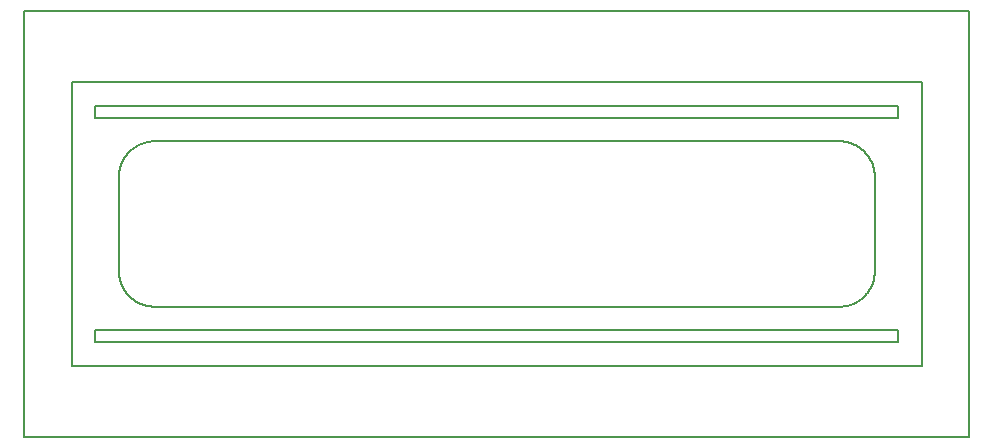
<source format=gbr>
G04 EAGLE Gerber RS-274X export*
G75*
%MOMM*%
%FSLAX34Y34*%
%LPD*%
%INSilkscreen Bottom*%
%IPPOS*%
%AMOC8*
5,1,8,0,0,1.08239X$1,22.5*%
G01*
%ADD10C,0.127000*%


D10*
X406400Y-495300D02*
X-393600Y-495300D01*
X-393600Y-135300D01*
X406400Y-135300D01*
X406400Y-495300D01*
X366400Y-195300D02*
X-353600Y-195300D01*
X-353600Y-435300D01*
X366400Y-435300D01*
X366400Y-195300D01*
X346400Y-215300D02*
X-333600Y-215300D01*
X-333600Y-225300D01*
X346400Y-225300D01*
X346400Y-215300D01*
X346400Y-415300D02*
X-333600Y-415300D01*
X-333600Y-405300D01*
X346400Y-405300D01*
X346400Y-415300D01*
X326400Y-275300D02*
X326391Y-274575D01*
X326365Y-273851D01*
X326321Y-273127D01*
X326260Y-272405D01*
X326181Y-271684D01*
X326085Y-270965D01*
X325972Y-270249D01*
X325841Y-269536D01*
X325693Y-268826D01*
X325528Y-268121D01*
X325346Y-267419D01*
X325147Y-266722D01*
X324932Y-266029D01*
X324699Y-265343D01*
X324450Y-264662D01*
X324185Y-263987D01*
X323904Y-263319D01*
X323606Y-262658D01*
X323293Y-262004D01*
X322964Y-261358D01*
X322619Y-260720D01*
X322259Y-260091D01*
X321884Y-259471D01*
X321494Y-258860D01*
X321090Y-258258D01*
X320671Y-257666D01*
X320237Y-257085D01*
X319790Y-256514D01*
X319329Y-255955D01*
X318855Y-255406D01*
X318368Y-254870D01*
X317868Y-254345D01*
X317355Y-253832D01*
X316830Y-253332D01*
X316294Y-252845D01*
X315745Y-252371D01*
X315186Y-251910D01*
X314615Y-251463D01*
X314034Y-251029D01*
X313442Y-250610D01*
X312840Y-250206D01*
X312229Y-249816D01*
X311609Y-249441D01*
X310980Y-249081D01*
X310342Y-248736D01*
X309696Y-248407D01*
X309042Y-248094D01*
X308381Y-247796D01*
X307713Y-247515D01*
X307038Y-247250D01*
X306357Y-247001D01*
X305671Y-246768D01*
X304978Y-246553D01*
X304281Y-246354D01*
X303579Y-246172D01*
X302874Y-246007D01*
X302164Y-245859D01*
X301451Y-245728D01*
X300735Y-245615D01*
X300016Y-245519D01*
X299295Y-245440D01*
X298573Y-245379D01*
X297849Y-245335D01*
X297125Y-245309D01*
X296400Y-245300D01*
X326400Y-275300D02*
X326400Y-355300D01*
X326391Y-356025D01*
X326365Y-356749D01*
X326321Y-357473D01*
X326260Y-358195D01*
X326181Y-358916D01*
X326085Y-359635D01*
X325972Y-360351D01*
X325841Y-361064D01*
X325693Y-361774D01*
X325528Y-362479D01*
X325346Y-363181D01*
X325147Y-363878D01*
X324932Y-364571D01*
X324699Y-365257D01*
X324450Y-365938D01*
X324185Y-366613D01*
X323904Y-367281D01*
X323606Y-367942D01*
X323293Y-368596D01*
X322964Y-369242D01*
X322619Y-369880D01*
X322259Y-370509D01*
X321884Y-371129D01*
X321494Y-371740D01*
X321090Y-372342D01*
X320671Y-372934D01*
X320237Y-373515D01*
X319790Y-374086D01*
X319329Y-374645D01*
X318855Y-375194D01*
X318368Y-375730D01*
X317868Y-376255D01*
X317355Y-376768D01*
X316830Y-377268D01*
X316294Y-377755D01*
X315745Y-378229D01*
X315186Y-378690D01*
X314615Y-379137D01*
X314034Y-379571D01*
X313442Y-379990D01*
X312840Y-380394D01*
X312229Y-380784D01*
X311609Y-381159D01*
X310980Y-381519D01*
X310342Y-381864D01*
X309696Y-382193D01*
X309042Y-382506D01*
X308381Y-382804D01*
X307713Y-383085D01*
X307038Y-383350D01*
X306357Y-383599D01*
X305671Y-383832D01*
X304978Y-384047D01*
X304281Y-384246D01*
X303579Y-384428D01*
X302874Y-384593D01*
X302164Y-384741D01*
X301451Y-384872D01*
X300735Y-384985D01*
X300016Y-385081D01*
X299295Y-385160D01*
X298573Y-385221D01*
X297849Y-385265D01*
X297125Y-385291D01*
X296400Y-385300D01*
X-283600Y-385300D01*
X-284325Y-385291D01*
X-285049Y-385265D01*
X-285773Y-385221D01*
X-286495Y-385160D01*
X-287216Y-385081D01*
X-287935Y-384985D01*
X-288651Y-384872D01*
X-289364Y-384741D01*
X-290074Y-384593D01*
X-290779Y-384428D01*
X-291481Y-384246D01*
X-292178Y-384047D01*
X-292871Y-383832D01*
X-293557Y-383599D01*
X-294238Y-383350D01*
X-294913Y-383085D01*
X-295581Y-382804D01*
X-296242Y-382506D01*
X-296896Y-382193D01*
X-297542Y-381864D01*
X-298180Y-381519D01*
X-298809Y-381159D01*
X-299429Y-380784D01*
X-300040Y-380394D01*
X-300642Y-379990D01*
X-301234Y-379571D01*
X-301815Y-379137D01*
X-302386Y-378690D01*
X-302945Y-378229D01*
X-303494Y-377755D01*
X-304030Y-377268D01*
X-304555Y-376768D01*
X-305068Y-376255D01*
X-305568Y-375730D01*
X-306055Y-375194D01*
X-306529Y-374645D01*
X-306990Y-374086D01*
X-307437Y-373515D01*
X-307871Y-372934D01*
X-308290Y-372342D01*
X-308694Y-371740D01*
X-309084Y-371129D01*
X-309459Y-370509D01*
X-309819Y-369880D01*
X-310164Y-369242D01*
X-310493Y-368596D01*
X-310806Y-367942D01*
X-311104Y-367281D01*
X-311385Y-366613D01*
X-311650Y-365938D01*
X-311899Y-365257D01*
X-312132Y-364571D01*
X-312347Y-363878D01*
X-312546Y-363181D01*
X-312728Y-362479D01*
X-312893Y-361774D01*
X-313041Y-361064D01*
X-313172Y-360351D01*
X-313285Y-359635D01*
X-313381Y-358916D01*
X-313460Y-358195D01*
X-313521Y-357473D01*
X-313565Y-356749D01*
X-313591Y-356025D01*
X-313600Y-355300D01*
X-313600Y-275300D01*
X-313591Y-274575D01*
X-313565Y-273851D01*
X-313521Y-273127D01*
X-313460Y-272405D01*
X-313381Y-271684D01*
X-313285Y-270965D01*
X-313172Y-270249D01*
X-313041Y-269536D01*
X-312893Y-268826D01*
X-312728Y-268121D01*
X-312546Y-267419D01*
X-312347Y-266722D01*
X-312132Y-266029D01*
X-311899Y-265343D01*
X-311650Y-264662D01*
X-311385Y-263987D01*
X-311104Y-263319D01*
X-310806Y-262658D01*
X-310493Y-262004D01*
X-310164Y-261358D01*
X-309819Y-260720D01*
X-309459Y-260091D01*
X-309084Y-259471D01*
X-308694Y-258860D01*
X-308290Y-258258D01*
X-307871Y-257666D01*
X-307437Y-257085D01*
X-306990Y-256514D01*
X-306529Y-255955D01*
X-306055Y-255406D01*
X-305568Y-254870D01*
X-305068Y-254345D01*
X-304555Y-253832D01*
X-304030Y-253332D01*
X-303494Y-252845D01*
X-302945Y-252371D01*
X-302386Y-251910D01*
X-301815Y-251463D01*
X-301234Y-251029D01*
X-300642Y-250610D01*
X-300040Y-250206D01*
X-299429Y-249816D01*
X-298809Y-249441D01*
X-298180Y-249081D01*
X-297542Y-248736D01*
X-296896Y-248407D01*
X-296242Y-248094D01*
X-295581Y-247796D01*
X-294913Y-247515D01*
X-294238Y-247250D01*
X-293557Y-247001D01*
X-292871Y-246768D01*
X-292178Y-246553D01*
X-291481Y-246354D01*
X-290779Y-246172D01*
X-290074Y-246007D01*
X-289364Y-245859D01*
X-288651Y-245728D01*
X-287935Y-245615D01*
X-287216Y-245519D01*
X-286495Y-245440D01*
X-285773Y-245379D01*
X-285049Y-245335D01*
X-284325Y-245309D01*
X-283600Y-245300D01*
X296400Y-245300D01*
M02*

</source>
